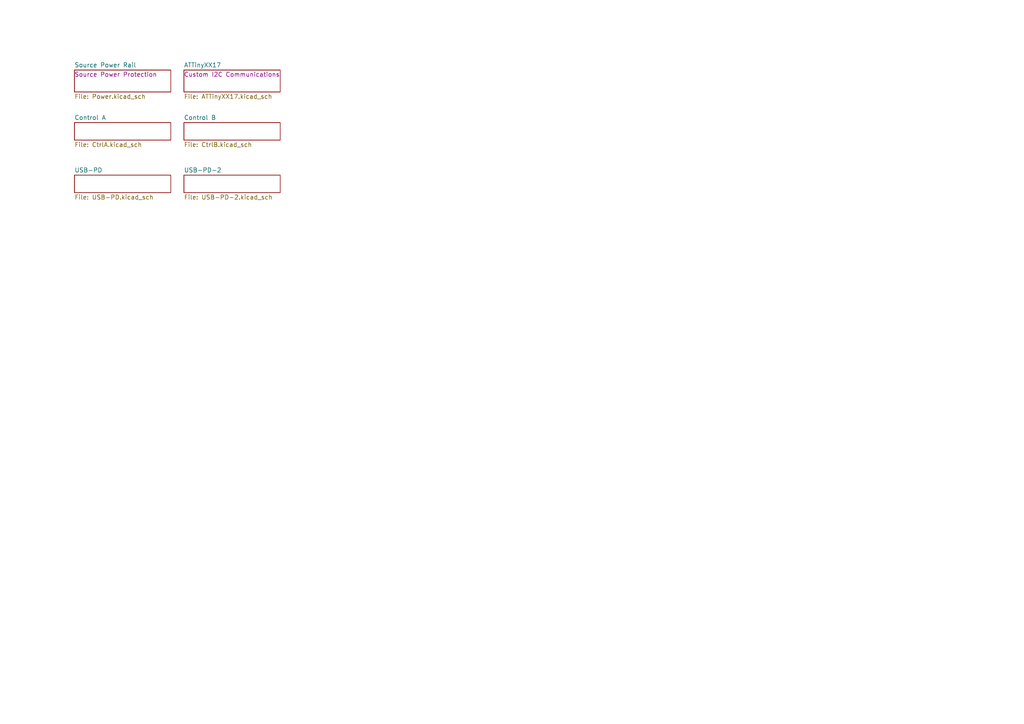
<source format=kicad_sch>
(kicad_sch (version 20211123) (generator eeschema)
  (paper "A4")
  (title_block (title "Benchtop Modular Power Strip") (date "2024-03-25") (rev "0.0.0") (company "S. A. Miller") (comment 1 "Prototype Module") (comment 2 "Blank"))
  (lib_symbols)
  (sheet (at 21.59 35.56) (size 27.94 5.08) (stroke (width 0.1524))
    (property "Sheet name" "Control A" (at 21.59 34.8484 0) (effects (justify left bottom)))
    (property "Sheet file" "CtrlA.kicad_sch" (at 21.59 41.2246 0) (effects (justify left top)))
  )
  (sheet (at 53.34 20.32) (size 27.94 6.35) (stroke (width 0.1524))
    (property "Sheet name" "ATTinyXX17" (at 53.34 19.6084 0) (effects (justify left bottom)))
    (property "Sheet file" "ATTinyXX17.kicad_sch" (at 53.34 27.2546 0) (effects (justify left top)))
    (property "Field2" "Custom I2C Communications" (at 53.34 21.59 0) (effects (justify left)))
  )
  (sheet (at 21.59 50.8) (size 27.94 5.08) (stroke (width 0.1524))
    (property "Sheet name" "USB-PD" (at 21.59 50.0884 0) (effects (justify left bottom)))
    (property "Sheet file" "USB-PD.kicad_sch" (at 21.59 56.4646 0) (effects (justify left top)))
  )
  (sheet (at 53.34 35.56) (size 27.94 5.08) (stroke (width 0.1524))
    (property "Sheet name" "Control B" (at 53.34 34.8484 0) (effects (justify left bottom)))
    (property "Sheet file" "CtrlB.kicad_sch" (at 53.34 41.2246 0) (effects (justify left top)))
  )
  (sheet (at 53.34 50.8) (size 27.94 5.08) (stroke (width 0.1524))
    (property "Sheet name" "USB-PD-2" (at 53.34 50.0884 0) (effects (justify left bottom)))
    (property "Sheet file" "USB-PD-2.kicad_sch" (at 53.34 56.4646 0) (effects (justify left top)))
  )
  (sheet (at 21.59 20.32) (size 27.94 6.35) (stroke (width 0.1524))
    (property "Sheet name" "Source Power Rail" (at 21.59 19.6084 0) (effects (justify left bottom)))
    (property "Sheet file" "Power.kicad_sch" (at 21.59 27.2546 0) (effects (justify left top)))
    (property "Field2" "Source Power Protection" (at 21.59 21.59 0) (effects (justify left)))
  )
)
</source>
